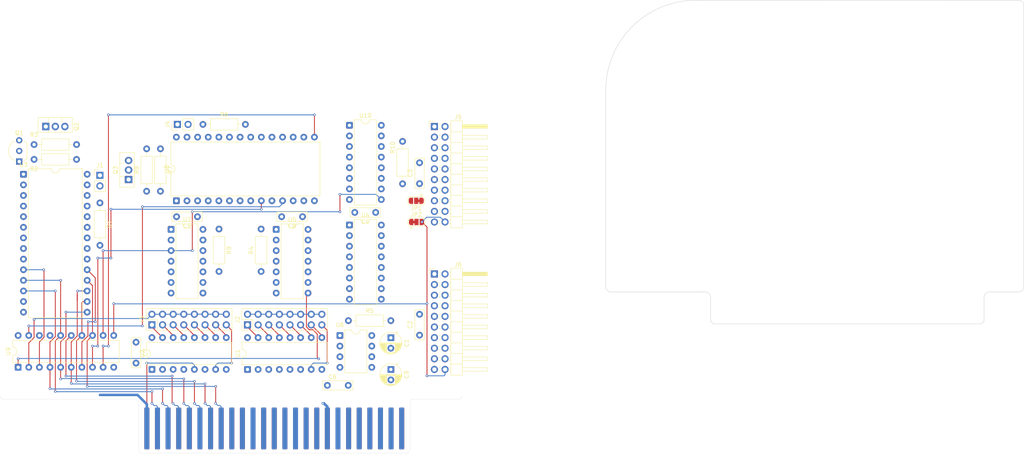
<source format=kicad_pcb>
(kicad_pcb
	(version 20241229)
	(generator "pcbnew")
	(generator_version "9.0")
	(general
		(thickness 1.6)
		(legacy_teardrops no)
	)
	(paper "A4")
	(layers
		(0 "F.Cu" signal)
		(2 "B.Cu" signal)
		(9 "F.Adhes" user "F.Adhesive")
		(11 "B.Adhes" user "B.Adhesive")
		(13 "F.Paste" user)
		(15 "B.Paste" user)
		(5 "F.SilkS" user "F.Silkscreen")
		(7 "B.SilkS" user "B.Silkscreen")
		(1 "F.Mask" user)
		(3 "B.Mask" user)
		(17 "Dwgs.User" user "User.Drawings")
		(19 "Cmts.User" user "User.Comments")
		(21 "Eco1.User" user "User.Eco1")
		(23 "Eco2.User" user "User.Eco2")
		(25 "Edge.Cuts" user)
		(27 "Margin" user)
		(31 "F.CrtYd" user "F.Courtyard")
		(29 "B.CrtYd" user "B.Courtyard")
		(35 "F.Fab" user)
		(33 "B.Fab" user)
		(39 "User.1" user)
		(41 "User.2" user)
		(43 "User.3" user)
		(45 "User.4" user)
	)
	(setup
		(pad_to_mask_clearance 0)
		(allow_soldermask_bridges_in_footprints no)
		(tenting front back)
		(pcbplotparams
			(layerselection 0x00000000_00000000_55555555_5755f5ff)
			(plot_on_all_layers_selection 0x00000000_00000000_00000000_00000000)
			(disableapertmacros no)
			(usegerberextensions no)
			(usegerberattributes yes)
			(usegerberadvancedattributes yes)
			(creategerberjobfile yes)
			(dashed_line_dash_ratio 12.000000)
			(dashed_line_gap_ratio 3.000000)
			(svgprecision 4)
			(plotframeref no)
			(mode 1)
			(useauxorigin no)
			(hpglpennumber 1)
			(hpglpenspeed 20)
			(hpglpendiameter 15.000000)
			(pdf_front_fp_property_popups yes)
			(pdf_back_fp_property_popups yes)
			(pdf_metadata yes)
			(pdf_single_document no)
			(dxfpolygonmode yes)
			(dxfimperialunits yes)
			(dxfusepcbnewfont yes)
			(psnegative no)
			(psa4output no)
			(plot_black_and_white yes)
			(sketchpadsonfab no)
			(plotpadnumbers no)
			(hidednponfab no)
			(sketchdnponfab yes)
			(crossoutdnponfab yes)
			(subtractmaskfromsilk no)
			(outputformat 1)
			(mirror no)
			(drillshape 1)
			(scaleselection 1)
			(outputdirectory "")
		)
	)
	(net 0 "")
	(net 1 "-12V")
	(net 2 "GND")
	(net 3 "+5V")
	(net 4 "Net-(U6-THR)")
	(net 5 "+12V")
	(net 6 "Net-(J1-Pin_2)")
	(net 7 "~{IOSEL}")
	(net 8 "Net-(J2-Pin_5)")
	(net 9 "Net-(J2-Pin_7)")
	(net 10 "/VCC_SWITCHED_1")
	(net 11 "Net-(J2-Pin_15)")
	(net 12 "Net-(J2-Pin_3)")
	(net 13 "Net-(J2-Pin_9)")
	(net 14 "Net-(J2-Pin_11)")
	(net 15 "Net-(J2-Pin_13)")
	(net 16 "Net-(J2-Pin_1)")
	(net 17 "Net-(J3-Pin_11)")
	(net 18 "Net-(J3-Pin_5)")
	(net 19 "Net-(J3-Pin_7)")
	(net 20 "Net-(J3-Pin_9)")
	(net 21 "Net-(J3-Pin_1)")
	(net 22 "Net-(J3-Pin_13)")
	(net 23 "Net-(J3-Pin_15)")
	(net 24 "Net-(J3-Pin_3)")
	(net 25 "Net-(J4-Pin_2)")
	(net 26 "/PH1")
	(net 27 "/PH0")
	(net 28 "/WR DATA")
	(net 29 "/W PROT")
	(net 30 "/RD DATA")
	(net 31 "/PH2")
	(net 32 "/PH3")
	(net 33 "Net-(J5-Pin_17)")
	(net 34 "/WR REQ")
	(net 35 "Net-(J5-Pin_19)")
	(net 36 "/~{ENBL 1}")
	(net 37 "Net-(J5-Pin_5)")
	(net 38 "/~{ENBL 2}")
	(net 39 "A12")
	(net 40 "D0")
	(net 41 "A10")
	(net 42 "A3")
	(net 43 "A14")
	(net 44 "D3")
	(net 45 "unconnected-(P1-Pin_40-Pad40)")
	(net 46 "2M")
	(net 47 "~{RESET}")
	(net 48 "unconnected-(P1-Pin_30-Pad30)")
	(net 49 "A4")
	(net 50 "~{EXTC}")
	(net 51 "unconnected-(P1-Pin_18-Pad18)")
	(net 52 "unconnected-(P1-Pin_38-Pad38)")
	(net 53 "D1")
	(net 54 "unconnected-(P1-Pin_29-Pad29)")
	(net 55 "A0")
	(net 56 "A15")
	(net 57 "D6")
	(net 58 "unconnected-(P1-Pin_36-Pad36)")
	(net 59 "A5")
	(net 60 "unconnected-(P1-Pin_22-Pad22)")
	(net 61 "~{EXTE}")
	(net 62 "Net-(P1-Pin_24)")
	(net 63 "~{EXT8}")
	(net 64 "unconnected-(P1-Pin_34-Pad34)")
	(net 65 "A8")
	(net 66 "D2")
	(net 67 "A2")
	(net 68 "D7")
	(net 69 "A7")
	(net 70 "Net-(P1-Pin_23)")
	(net 71 "A6")
	(net 72 "unconnected-(P1-Pin_21-Pad21)")
	(net 73 "~{EXT_MEM}")
	(net 74 "D4")
	(net 75 "D5")
	(net 76 "A9")
	(net 77 "A13")
	(net 78 "A11")
	(net 79 "unconnected-(P1-Pin_39-Pad39)")
	(net 80 "~{EXT6}")
	(net 81 "A1")
	(net 82 "Net-(Q1-E)")
	(net 83 "Net-(Q2-B)")
	(net 84 "Net-(Q3-B)")
	(net 85 "Net-(U8-~{CE})")
	(net 86 "Net-(R9-Pad2)")
	(net 87 "Net-(U4-Q6)")
	(net 88 "Net-(U4-Q5)")
	(net 89 "Net-(U4-Q7)")
	(net 90 "Net-(U4-Q4)")
	(net 91 "Net-(U10-D3)")
	(net 92 "Net-(U8-D1)")
	(net 93 "Net-(U10-~{Mr})")
	(net 94 "Net-(U8-A4)")
	(net 95 "Net-(U10-Q3)")
	(net 96 "Net-(U10-Cp)")
	(net 97 "Net-(U8-D3)")
	(net 98 "Net-(U10-Q5)")
	(net 99 "Net-(U10-Q2)")
	(net 100 "Net-(U8-A1)")
	(net 101 "Net-(U10-D2)")
	(net 102 "Net-(U8-D0)")
	(net 103 "Net-(U10-Q1)")
	(net 104 "unconnected-(U6-DIS-Pad7)")
	(net 105 "Net-(U10-D0)")
	(net 106 "unconnected-(U6-CV-Pad5)")
	(net 107 "Net-(U10-D5)")
	(net 108 "Net-(U8-D2)")
	(net 109 "Net-(U10-D1)")
	(net 110 "unconnected-(U9-Q7-Pad17)")
	(net 111 "/VCC_SWITCHED_2")
	(net 112 "/~{IOEN}")
	(net 113 "/~{DEVEN}")
	(footprint "Connector_PinHeader_2.54mm:PinHeader_1x02_P2.54mm_Vertical" (layer "F.Cu") (at 185.42 79.502))
	(footprint "Capacitor_THT:C_Rect_L7.0mm_W2.0mm_P5.00mm" (layer "F.Cu") (at 233.889 89.408 180))
	(footprint "Resistor_THT:R_Axial_DIN0207_L6.3mm_D2.5mm_P10.16mm_Horizontal" (layer "F.Cu") (at 210.058 67.31))
	(footprint "Connector_PinHeader_2.54mm:PinHeader_1x02_P2.54mm_Vertical" (layer "F.Cu") (at 203.962 67.31 90))
	(footprint "Capacitor_THT:CP_Radial_D5.0mm_P2.50mm" (layer "F.Cu") (at 255.016 125.984 -90))
	(footprint "Resistor_THT:R_Axial_DIN0207_L6.3mm_D2.5mm_P10.16mm_Horizontal" (layer "F.Cu") (at 199.898 73.152 -90))
	(footprint "Capacitor_THT:C_Rect_L7.0mm_W2.0mm_P5.00mm" (layer "F.Cu") (at 261.874 117.776 90))
	(footprint "Package_DIP:DIP-16_W7.62mm" (layer "F.Cu") (at 245.105 67.524))
	(footprint "Package_DIP:DIP-16_W7.62mm" (layer "F.Cu") (at 197.861 125.979 90))
	(footprint "Package_TO_SOT_THT:TO-92_Inline_Wide" (layer "F.Cu") (at 166.116 76.2 90))
	(footprint "Resistor_THT:R_Axial_DIN0207_L6.3mm_D2.5mm_P10.16mm_Horizontal" (layer "F.Cu") (at 257.81 81.534 90))
	(footprint "Capacitor_THT:CP_Radial_D5.0mm_P2.50mm" (layer "F.Cu") (at 255.011 118.404 -90))
	(footprint "Resistor_THT:R_Axial_DIN0207_L6.3mm_D2.5mm_P10.16mm_Horizontal" (layer "F.Cu") (at 169.672 72.136))
	(footprint "Package_DIP:DIP-16_W7.62mm" (layer "F.Cu") (at 220.721 125.984 90))
	(footprint "Package_DIP:DIP-28_W15.24mm" (layer "F.Cu") (at 203.708 85.598 90))
	(footprint "Package_DIP:DIP-14_W7.62mm" (layer "F.Cu") (at 227.584 92.456))
	(footprint "Resistor_THT:R_Axial_DIN0207_L6.3mm_D2.5mm_P10.16mm_Horizontal" (layer "F.Cu") (at 185.42 86.106 -90))
	(footprint "Capacitor_THT:C_Rect_L7.0mm_W2.0mm_P5.00mm" (layer "F.Cu") (at 261.874 81.494 90))
	(footprint "Jumper:SolderJumper-3_P1.3mm_Bridged12_RoundedPad1.0x1.5mm" (layer "F.Cu") (at 261.142 90.678))
	(footprint "Resistor_THT:R_Axial_DIN0207_L6.3mm_D2.5mm_P10.16mm_Horizontal" (layer "F.Cu") (at 213.908 92.367 -90))
	(footprint "Package_DIP:DIP-28_W15.24mm" (layer "F.Cu") (at 167.132 79.248))
	(footprint "Capacitor_THT:C_Rect_L7.0mm_W2.0mm_P5.00mm" (layer "F.Cu") (at 251.38 88.392 180))
	(footprint "Capacitor_THT:C_Rect_L7.0mm_W2.0mm_P5.00mm" (layer "F.Cu") (at 194.056 119.46 -90))
	(footprint "Capacitor_THT:C_Rect_L7.0mm_W2.0mm_P5.00mm" (layer "F.Cu") (at 208.748 89.413 180))
	(footprint "Package_TO_SOT_THT:TO-126-3_Vertical" (layer "F.Cu") (at 172.478 67.818))
	(footprint "Package_DIP:DIP-14_W7.62mm" (layer "F.Cu") (at 202.443 92.456))
	(footprint "Resistor_THT:R_Axial_DIN0207_L6.3mm_D2.5mm_P10.16mm_Horizontal"
		(layer "F.Cu")
		(uuid "a3fd79da-f5d5-4ae4-9621-898f304ff506")
		(at 244.851 114.3)
		(descr "Resistor, Axial_DIN0207 series, Axial, Horizontal, pin pitch=10.16mm, 0.25W = 1/4W, length*diameter=6.3*2.5mm^2, http://cdn-reichelt.de/documents/datenblatt/B400/1_4W%23YAG.pdf")
		(tags "Resistor Axial_DIN0207 series Axial Horizontal pin pitch 10.16mm 0.25W = 1/4W length 6.3mm diameter 2.5mm")
		(property "Reference" "R5"
			(at 5.08 -2.37 0)
			(layer "F.SilkS")
			(uuid "9c6b700b-b56f-454a-af08-cbb92ee0419a")
			(effects
				(font
					(size 1 1)
					(thickness 0.15)
				)
			)
		)
		(property "Value" "47K"
			(at 5.08 2.37 0)
			(layer "F.Fab")
			(uuid "59038263-5bfc-4502-9e63-17686569948d")
			(effects
				(font
					(size 1 1)
					(thickness 0.15)
				)
			)
		)
		(property "Datasheet" ""
			(at 0 0 0)
			(unlocked yes)
			(layer "F.Fab")
			(hide yes)
			(uuid "451e5c88-4e24-4863-a615-27044dbe0c7a")
			(effects
				(font
					(size 1.27 1.27)
					(thickness 0.15)
				)
			)
		)
		(property "Description" "Resistor, small symbol"
			(at 0 0 0)
			(unlocked yes)
			(layer "F.Fab")
			(hide yes)
			(uuid "ff008a55-37e8-44c0-bf53-7e7561ef5750")
			(effects
				(font
					(size 1.27 1.27)
					(thickness 0.15)
				)
			)
		)
		(property ki_fp_filters "R_*")
		(path "/0a9e3eae-f6aa-4726-95a0-baa5697c9c68")
		(sheetname "/")
		(sheetfile "TK2000_DiskInterface_REDUX.kicad_sch")
		(attr through_hole)
		(fp_line
			(start 1.04 0)
			(end 1.81 0)
			(stroke
				(width 0.12)
				(type solid)
			)
			(layer "F.SilkS")
			(uuid "a630116e-10dc-4ef2-a442-a6f0fd3f75eb")
		)
		(fp_line
			(start 1.81 -1.37)
			(end 1.81 1.37)
			(stroke
				(width 0.12)
				(type solid)
			)
			(layer "F.SilkS")
			(uuid "729f8d0c-d614-4153-be3b-6baa6e5385c4")
		)
		(fp_line
			(start 1.81 1.37)
			(end 8.35 1.37)
			(stroke
				(width 0.12)
				(type solid)
			)
			(layer "F.SilkS")
			(uuid "992273d0-000c-4bc0-bee8-f1216b2ba043")
		)
		(fp_line
			(start 8.35 -1.37)
			(end 1.81 -1.37)
			(stroke
				(width 0.12)
				(type solid)
			)
			(layer "F.SilkS")
			(uuid "a9b63733-6e81-455e-b6c1-451b64372f22")
		)
		(fp_line
			(start 8.35 1.37)
			(end 8.35 -1.37)
			(stroke
				(width 0.12)
				(type solid)
			)
			(layer "F.SilkS")
			(uuid "90083b9f-7d28-4ed0-a18e-c6019e6b0e30")
		)
		(fp_line
			(start 9.12 0)
			(end 8.35 0)
			(stroke
				(width 0.12)
				(type solid)
			)
			(layer "F.SilkS")
			(uuid "5694fe5b-57bc-4be2-8ef2-83bc8a9555e4")
		)
		(fp_line
			(start -1.05 -1.5)
			(end -1.05 1.5)
			(stroke
				(width 0.05)
				(type solid)
			)
			(layer "F.CrtYd")
			(uuid "87cd9991-4586-4e07-b07e-d88529961560")
		)
		(fp_line
			(start -1.05 1.5)
			(end 11.21 1.5)
			(stroke
				(width 0.05)
				(type solid)
			)
			(layer "F.CrtYd")
			(uuid "bd9f9d97-62c5-489d-88c0-532c339a6422")
		)
		(fp_line
			(start 11.21 -1.5)
			(end -1.05 -1.5)
			(stroke
				(width 0.05)
				(type solid)
			)
			(layer "F.CrtYd")
			(uuid "1dc7a5c5-7d99-491b
... [201430 chars truncated]
</source>
